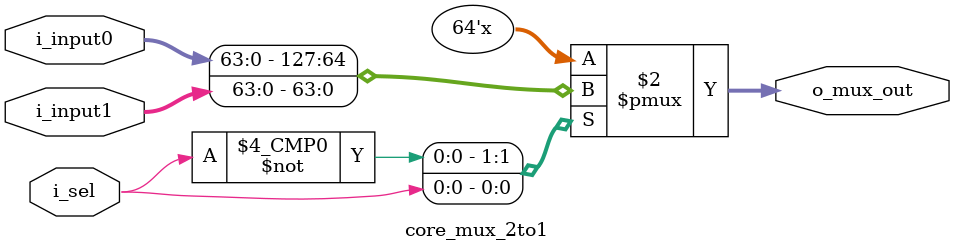
<source format=sv>
module core_mux_2to1 #(
    parameter DATA_WIDTH = 64 
) (
    input logic [DATA_WIDTH-1 :0] i_input0 ,
    input logic [DATA_WIDTH-1 :0] i_input1 ,
    input logic                   i_sel ,
    output logic [DATA_WIDTH-1 :0] o_mux_out
);

always_comb begin : MUX_PROC
    o_mux_out = 0;
    case (i_sel)
      1'b0  : o_mux_out = i_input0;
      1'b1  : o_mux_out = i_input1;
     default: o_mux_out = 0;
    endcase    
end
    
endmodule
</source>
